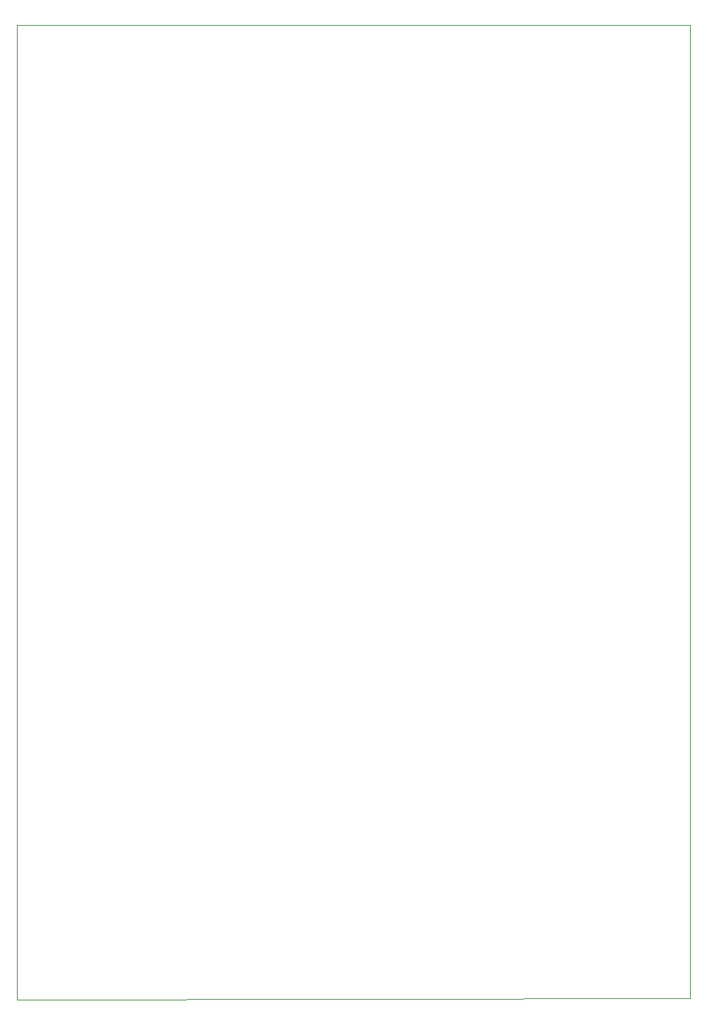
<source format=gbr>
G04 #@! TF.GenerationSoftware,KiCad,Pcbnew,(5.1.2-1)-1*
G04 #@! TF.CreationDate,2022-01-31T21:06:54-05:00*
G04 #@! TF.ProjectId,Capacitive_Touch_Breakout_Board_AT42QT1245-AU,43617061-6369-4746-9976-655f546f7563,rev?*
G04 #@! TF.SameCoordinates,Original*
G04 #@! TF.FileFunction,Profile,NP*
%FSLAX46Y46*%
G04 Gerber Fmt 4.6, Leading zero omitted, Abs format (unit mm)*
G04 Created by KiCad (PCBNEW (5.1.2-1)-1) date 2022-01-31 21:06:54*
%MOMM*%
%LPD*%
G04 APERTURE LIST*
%ADD10C,0.050000*%
G04 APERTURE END LIST*
D10*
X124460000Y-39370000D02*
X201930000Y-39370000D01*
X124460000Y-151384000D02*
X124460000Y-39370000D01*
X201930000Y-151257000D02*
X124460000Y-151384000D01*
X201930000Y-39370000D02*
X201930000Y-151257000D01*
M02*

</source>
